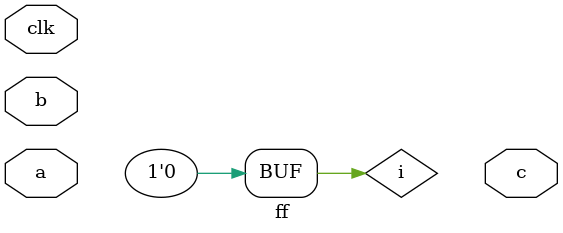
<source format=v>
module ff(
    input clk,
    input a,
    input b,
    output c
    );
    reg[31:0] _reg[31:0];
    reg i=0;
    initial begin
        for(i=0;i<=31;i++)begin
            _reg[i] <= 0;
        end
    end

endmodule

</source>
